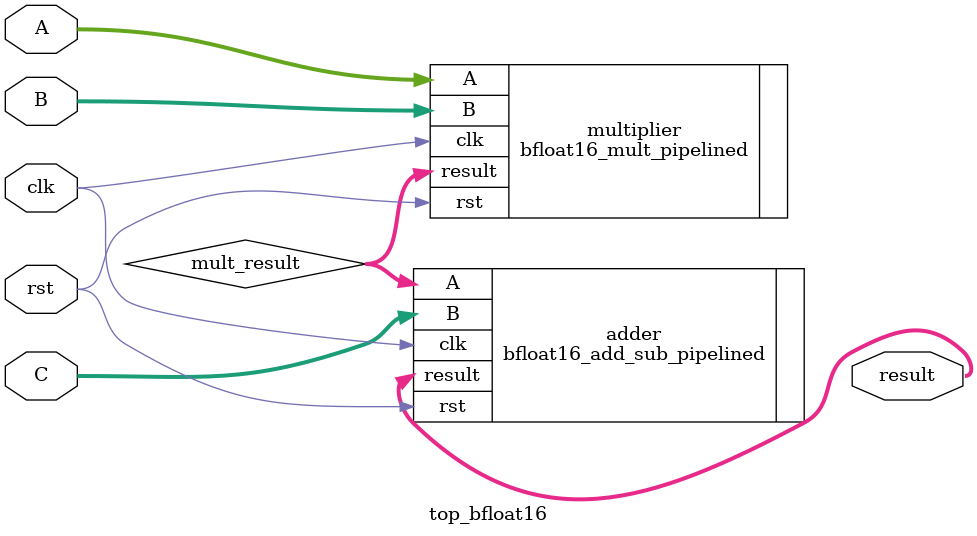
<source format=v>
module top_bfloat16 (
    input  [15:0] A,      // First Bfloat16 input for multiplier
    input  [15:0] B,      // Second Bfloat16 input for multiplier
    input  [15:0] C,      // Input for adder (third input)
    input         clk,    // Clock
    input         rst,    // Reset
    output [15:0] result  // Final Bfloat16 output (from the adder)
);

    // Intermediate wire to connect the multiplier output to the adder input
    wire [15:0] mult_result;

    // Instantiate the Bfloat16 multiplier
    bfloat16_mult_pipelined multiplier (
        .A(A),             // First input to the multiplier
        .B(B),             // Second input to the multiplier
        .clk(clk),         // Clock
        .rst(rst),         // Reset
        .result(mult_result)  // Output of the multiplier
    );

    // Instantiate the Bfloat16 adder/subtractor
    bfloat16_add_sub_pipelined adder (
        .A(mult_result),   // Output of the multiplier as one input to the adder
        .B(C),             // External input as second input to the adder
        .clk(clk),         // Clock
        .rst(rst),         // Reset
        .result(result)    // Final output of the top module
    );

endmodule

</source>
